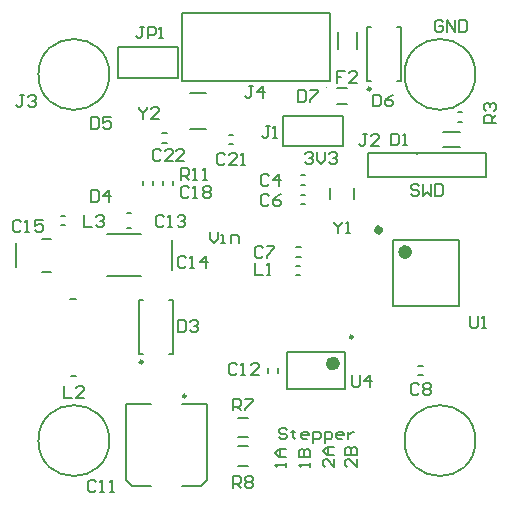
<source format=gto>
G04 Layer_Color=65535*
%FSLAX25Y25*%
%MOIN*%
G70*
G01*
G75*
%ADD35C,0.00787*%
%ADD57C,0.00591*%
%ADD58C,0.02362*%
%ADD59C,0.00984*%
%ADD60C,0.00394*%
%ADD61C,0.01000*%
D35*
X36500Y142500D02*
X56500D01*
Y152815D01*
X36500D02*
X56500D01*
X36500Y142500D02*
Y152815D01*
X128150Y66394D02*
X150197D01*
X128150Y88441D02*
X150197D01*
Y66394D02*
Y88441D01*
X128150Y66394D02*
Y88441D01*
X149800Y127900D02*
X151200D01*
X149800Y131100D02*
X151200D01*
X136417Y43425D02*
X137992D01*
X136417Y46575D02*
X137992D01*
X57815Y164279D02*
X107028D01*
X57815Y141445D02*
Y164279D01*
Y141445D02*
X107028D01*
Y164279D01*
X159185Y109563D02*
Y117437D01*
X119815Y109563D02*
Y117437D01*
X159185D01*
X119815Y109563D02*
X159185D01*
X91500Y120000D02*
Y130000D01*
X111500D01*
X111500Y120000D01*
X91500Y120000D02*
X111500Y120000D01*
X92634Y51307D02*
X111925D01*
X92634Y38709D02*
X111925D01*
Y51307D01*
X92634Y38709D02*
Y51307D01*
X109327Y133744D02*
X112673D01*
X109327Y139256D02*
X112673D01*
X89575Y44213D02*
Y45787D01*
X86425Y44213D02*
Y45787D01*
X76300Y22800D02*
X79700D01*
X76300Y29200D02*
X79700D01*
X57618Y34000D02*
X66000D01*
X39000D02*
X47382D01*
X57618Y6500D02*
X64000D01*
X66000Y8500D01*
Y34000D01*
X39000Y8500D02*
Y34000D01*
Y8500D02*
X41000Y6500D01*
X47382D01*
X129331Y159555D02*
X130709D01*
Y141445D02*
Y159555D01*
X129331Y141445D02*
X130709D01*
X119291Y159555D02*
X120669D01*
X119291Y141445D02*
X120669D01*
X119291D02*
Y159555D01*
X51185Y124075D02*
X52760D01*
X51185Y120925D02*
X52760D01*
X73213Y123575D02*
X74787D01*
X73213Y120425D02*
X74787D01*
X60244Y137406D02*
X65756D01*
X60244Y125594D02*
X65756D01*
X95669Y86075D02*
X97244D01*
X95669Y82925D02*
X97244D01*
X95757Y76802D02*
X97157D01*
X95757Y80002D02*
X97157D01*
X17300Y93400D02*
X18700D01*
X17300Y96600D02*
X18700D01*
X107063Y102032D02*
Y105968D01*
X114937Y102032D02*
Y105968D01*
X97213Y100425D02*
X98787D01*
X97213Y103575D02*
X98787D01*
X97213Y106925D02*
X98787D01*
X97213Y110075D02*
X98787D01*
X10925Y89012D02*
X14075D01*
X10925Y77988D02*
X14075D01*
X2342Y79405D02*
Y87594D01*
X20713Y43205D02*
X22484D01*
X20516Y68795D02*
X22287D01*
X54400Y78600D02*
Y88500D01*
X32700Y76610D02*
X44200Y76600D01*
X32700Y90400D02*
X44200Y90390D01*
X43291Y50445D02*
Y68555D01*
X54709Y50445D02*
Y68555D01*
X43291Y50445D02*
X44669D01*
X43291Y68555D02*
X44669D01*
X53331Y50445D02*
X54709D01*
X53331Y68555D02*
X54709D01*
X39409Y97559D02*
X40591D01*
X39409Y92441D02*
X40591D01*
X47992Y106713D02*
Y108287D01*
X44842Y106713D02*
Y108287D01*
X51400Y106800D02*
Y108200D01*
X54600Y106800D02*
Y108200D01*
X76300Y13300D02*
X79700D01*
X76300Y19700D02*
X79700D01*
X144547Y119441D02*
X150453D01*
X144547Y124559D02*
X150453D01*
D57*
X33464Y143701D02*
G03*
X33464Y143701I-11811J0D01*
G01*
Y21654D02*
G03*
X33464Y21654I-11811J0D01*
G01*
X155511D02*
G03*
X155511Y21654I-11811J0D01*
G01*
X155511Y143701D02*
G03*
X155511Y143701I-11811J0D01*
G01*
X109850Y152244D02*
Y157756D01*
X116150Y152244D02*
Y157756D01*
X153740Y63188D02*
Y59908D01*
X154396Y59252D01*
X155708D01*
X156364Y59908D01*
Y63188D01*
X157676Y59252D02*
X158988D01*
X158332D01*
Y63188D01*
X157676Y62532D01*
X162402Y127559D02*
X158466D01*
Y129527D01*
X159122Y130183D01*
X160434D01*
X161090Y129527D01*
Y127559D01*
Y128871D02*
X162402Y130183D01*
X159122Y131495D02*
X158466Y132151D01*
Y133463D01*
X159122Y134119D01*
X159778D01*
X160434Y133463D01*
Y132807D01*
Y133463D01*
X161090Y134119D01*
X161746D01*
X162402Y133463D01*
Y132151D01*
X161746Y131495D01*
X127362Y124014D02*
Y120079D01*
X129330D01*
X129986Y120735D01*
Y123359D01*
X129330Y124014D01*
X127362D01*
X131298Y120079D02*
X132610D01*
X131954D01*
Y124014D01*
X131298Y123359D01*
X114500Y43436D02*
Y40156D01*
X115156Y39500D01*
X116468D01*
X117124Y40156D01*
Y43436D01*
X120404Y39500D02*
Y43436D01*
X118436Y41468D01*
X121060D01*
X96500Y138436D02*
Y134500D01*
X98468D01*
X99124Y135156D01*
Y137780D01*
X98468Y138436D01*
X96500D01*
X100436D02*
X103060D01*
Y137780D01*
X100436Y135156D01*
Y134500D01*
X81364Y139936D02*
X80052D01*
X80708D01*
Y136656D01*
X80052Y136000D01*
X79396D01*
X78740Y136656D01*
X84644Y136000D02*
Y139936D01*
X82676Y137968D01*
X85300D01*
X119356Y123818D02*
X118044D01*
X118700D01*
Y120538D01*
X118044Y119882D01*
X117388D01*
X116732Y120538D01*
X123292Y119882D02*
X120668D01*
X123292Y122506D01*
Y123162D01*
X122636Y123818D01*
X121324D01*
X120668Y123162D01*
X86876Y126574D02*
X85564D01*
X86220D01*
Y123294D01*
X85564Y122638D01*
X84908D01*
X84252Y123294D01*
X88188Y122638D02*
X89500D01*
X88844D01*
Y126574D01*
X88188Y125918D01*
X44947Y159644D02*
X43635D01*
X44291D01*
Y156365D01*
X43635Y155709D01*
X42979D01*
X42323Y156365D01*
X46259Y155709D02*
Y159644D01*
X48226D01*
X48882Y158988D01*
Y157676D01*
X48226Y157021D01*
X46259D01*
X50194Y155709D02*
X51506D01*
X50850D01*
Y159644D01*
X50194Y158988D01*
X81957Y80837D02*
Y76902D01*
X84580D01*
X85892D02*
X87204D01*
X86548D01*
Y80837D01*
X85892Y80181D01*
X57500Y108500D02*
Y112436D01*
X59468D01*
X60124Y111780D01*
Y110468D01*
X59468Y109812D01*
X57500D01*
X58812D02*
X60124Y108500D01*
X61436D02*
X62748D01*
X62092D01*
Y112436D01*
X61436Y111780D01*
X64715Y108500D02*
X66027D01*
X65372D01*
Y112436D01*
X64715Y111780D01*
X108465Y94684D02*
Y94028D01*
X109776Y92716D01*
X111088Y94028D01*
Y94684D01*
X109776Y92716D02*
Y90748D01*
X112400D02*
X113712D01*
X113056D01*
Y94684D01*
X112400Y94028D01*
X43500Y132936D02*
Y132280D01*
X44812Y130968D01*
X46124Y132280D01*
Y132936D01*
X44812Y130968D02*
Y129000D01*
X50060D02*
X47436D01*
X50060Y131624D01*
Y132280D01*
X49404Y132936D01*
X48092D01*
X47436Y132280D01*
X72124Y116780D02*
X71468Y117436D01*
X70156D01*
X69500Y116780D01*
Y114156D01*
X70156Y113500D01*
X71468D01*
X72124Y114156D01*
X76060Y113500D02*
X73436D01*
X76060Y116124D01*
Y116780D01*
X75404Y117436D01*
X74092D01*
X73436Y116780D01*
X77372Y113500D02*
X78683D01*
X78027D01*
Y117436D01*
X77372Y116780D01*
X50624Y118280D02*
X49968Y118936D01*
X48656D01*
X48000Y118280D01*
Y115656D01*
X48656Y115000D01*
X49968D01*
X50624Y115656D01*
X54560Y115000D02*
X51936D01*
X54560Y117624D01*
Y118280D01*
X53904Y118936D01*
X52592D01*
X51936Y118280D01*
X58495Y115000D02*
X55871D01*
X58495Y117624D01*
Y118280D01*
X57839Y118936D01*
X56527D01*
X55871Y118280D01*
X84580Y85780D02*
X83925Y86436D01*
X82613D01*
X81957Y85780D01*
Y83156D01*
X82613Y82500D01*
X83925D01*
X84580Y83156D01*
X85892Y86436D02*
X88516D01*
Y85780D01*
X85892Y83156D01*
Y82500D01*
X86624Y103280D02*
X85968Y103936D01*
X84656D01*
X84000Y103280D01*
Y100656D01*
X84656Y100000D01*
X85968D01*
X86624Y100656D01*
X90560Y103936D02*
X89248Y103280D01*
X87936Y101968D01*
Y100656D01*
X88592Y100000D01*
X89904D01*
X90560Y100656D01*
Y101312D01*
X89904Y101968D01*
X87936D01*
X136624Y40280D02*
X135968Y40936D01*
X134656D01*
X134000Y40280D01*
Y37656D01*
X134656Y37000D01*
X135968D01*
X136624Y37656D01*
X137936Y40280D02*
X138592Y40936D01*
X139904D01*
X140560Y40280D01*
Y39624D01*
X139904Y38968D01*
X140560Y38312D01*
Y37656D01*
X139904Y37000D01*
X138592D01*
X137936Y37656D01*
Y38312D01*
X138592Y38968D01*
X137936Y39624D01*
Y40280D01*
X138592Y38968D02*
X139904D01*
X86624Y109780D02*
X85968Y110436D01*
X84656D01*
X84000Y109780D01*
Y107156D01*
X84656Y106500D01*
X85968D01*
X86624Y107156D01*
X89904Y106500D02*
Y110436D01*
X87936Y108468D01*
X90560D01*
X29124Y7780D02*
X28468Y8436D01*
X27156D01*
X26500Y7780D01*
Y5156D01*
X27156Y4500D01*
X28468D01*
X29124Y5156D01*
X30436Y4500D02*
X31748D01*
X31092D01*
Y8436D01*
X30436Y7780D01*
X33716Y4500D02*
X35027D01*
X34372D01*
Y8436D01*
X33716Y7780D01*
X76124Y46780D02*
X75468Y47436D01*
X74156D01*
X73500Y46780D01*
Y44156D01*
X74156Y43500D01*
X75468D01*
X76124Y44156D01*
X77436Y43500D02*
X78748D01*
X78092D01*
Y47436D01*
X77436Y46780D01*
X83339Y43500D02*
X80716D01*
X83339Y46124D01*
Y46780D01*
X82683Y47436D01*
X81371D01*
X80716Y46780D01*
X51624Y96280D02*
X50968Y96936D01*
X49656D01*
X49000Y96280D01*
Y93656D01*
X49656Y93000D01*
X50968D01*
X51624Y93656D01*
X52936Y93000D02*
X54248D01*
X53592D01*
Y96936D01*
X52936Y96280D01*
X56216D02*
X56871Y96936D01*
X58183D01*
X58839Y96280D01*
Y95624D01*
X58183Y94968D01*
X57527D01*
X58183D01*
X58839Y94312D01*
Y93656D01*
X58183Y93000D01*
X56871D01*
X56216Y93656D01*
X59120Y82414D02*
X58464Y83070D01*
X57152D01*
X56496Y82414D01*
Y79790D01*
X57152Y79134D01*
X58464D01*
X59120Y79790D01*
X60432Y79134D02*
X61744D01*
X61088D01*
Y83070D01*
X60432Y82414D01*
X65679Y79134D02*
Y83070D01*
X63712Y81102D01*
X66335D01*
X4002Y94421D02*
X3346Y95078D01*
X2034D01*
X1378Y94421D01*
Y91798D01*
X2034Y91142D01*
X3346D01*
X4002Y91798D01*
X5314Y91142D02*
X6626D01*
X5970D01*
Y95078D01*
X5314Y94421D01*
X11217Y95078D02*
X8593D01*
Y93110D01*
X9905Y93765D01*
X10561D01*
X11217Y93110D01*
Y91798D01*
X10561Y91142D01*
X9249D01*
X8593Y91798D01*
X60041Y105780D02*
X59385Y106436D01*
X58073D01*
X57417Y105780D01*
Y103156D01*
X58073Y102500D01*
X59385D01*
X60041Y103156D01*
X61353Y102500D02*
X62665D01*
X62009D01*
Y106436D01*
X61353Y105780D01*
X64633D02*
X65289Y106436D01*
X66601D01*
X67257Y105780D01*
Y105124D01*
X66601Y104468D01*
X67257Y103812D01*
Y103156D01*
X66601Y102500D01*
X65289D01*
X64633Y103156D01*
Y103812D01*
X65289Y104468D01*
X64633Y105124D01*
Y105780D01*
X65289Y104468D02*
X66601D01*
X56500Y61936D02*
Y58000D01*
X58468D01*
X59124Y58656D01*
Y61280D01*
X58468Y61936D01*
X56500D01*
X60436Y61280D02*
X61092Y61936D01*
X62404D01*
X63060Y61280D01*
Y60624D01*
X62404Y59968D01*
X61748D01*
X62404D01*
X63060Y59312D01*
Y58656D01*
X62404Y58000D01*
X61092D01*
X60436Y58656D01*
X27362Y105117D02*
Y101181D01*
X29330D01*
X29986Y101837D01*
Y104461D01*
X29330Y105117D01*
X27362D01*
X33266Y101181D02*
Y105117D01*
X31298Y103149D01*
X33922D01*
X27362Y129436D02*
Y125500D01*
X29330D01*
X29986Y126156D01*
Y128780D01*
X29330Y129436D01*
X27362D01*
X33922D02*
X31298D01*
Y127468D01*
X32610Y128124D01*
X33266D01*
X33922Y127468D01*
Y126156D01*
X33266Y125500D01*
X31954D01*
X31298Y126156D01*
X121457Y137007D02*
Y133071D01*
X123425D01*
X124081Y133727D01*
Y136351D01*
X123425Y137007D01*
X121457D01*
X128016D02*
X126704Y136351D01*
X125392Y135039D01*
Y133727D01*
X126048Y133071D01*
X127360D01*
X128016Y133727D01*
Y134383D01*
X127360Y135039D01*
X125392D01*
X112124Y144936D02*
X109500D01*
Y142968D01*
X110812D01*
X109500D01*
Y141000D01*
X116060D02*
X113436D01*
X116060Y143624D01*
Y144280D01*
X115404Y144936D01*
X114092D01*
X113436Y144280D01*
X5124Y136936D02*
X3812D01*
X4468D01*
Y133656D01*
X3812Y133000D01*
X3156D01*
X2500Y133656D01*
X6436Y136280D02*
X7092Y136936D01*
X8404D01*
X9060Y136280D01*
Y135624D01*
X8404Y134968D01*
X7748D01*
X8404D01*
X9060Y134312D01*
Y133656D01*
X8404Y133000D01*
X7092D01*
X6436Y133656D01*
X18500Y39936D02*
Y36000D01*
X21124D01*
X25060D02*
X22436D01*
X25060Y38624D01*
Y39280D01*
X24404Y39936D01*
X23092D01*
X22436Y39280D01*
X25000Y96936D02*
Y93000D01*
X27624D01*
X28936Y96280D02*
X29592Y96936D01*
X30904D01*
X31560Y96280D01*
Y95624D01*
X30904Y94968D01*
X30248D01*
X30904D01*
X31560Y94312D01*
Y93656D01*
X30904Y93000D01*
X29592D01*
X28936Y93656D01*
X74803Y31693D02*
Y35629D01*
X76771D01*
X77427Y34973D01*
Y33661D01*
X76771Y33005D01*
X74803D01*
X76115D02*
X77427Y31693D01*
X78739Y35629D02*
X81363D01*
Y34973D01*
X78739Y32349D01*
Y31693D01*
X74803Y5906D02*
Y9841D01*
X76771D01*
X77427Y9185D01*
Y7873D01*
X76771Y7217D01*
X74803D01*
X76115D02*
X77427Y5906D01*
X78739Y9185D02*
X79395Y9841D01*
X80707D01*
X81363Y9185D01*
Y8529D01*
X80707Y7873D01*
X81363Y7217D01*
Y6561D01*
X80707Y5906D01*
X79395D01*
X78739Y6561D01*
Y7217D01*
X79395Y7873D01*
X78739Y8529D01*
Y9185D01*
X79395Y7873D02*
X80707D01*
X116000Y15624D02*
Y13000D01*
X113376Y15624D01*
X112720D01*
X112064Y14968D01*
Y13656D01*
X112720Y13000D01*
X112064Y16936D02*
X116000D01*
Y18904D01*
X115344Y19560D01*
X114688D01*
X114032Y18904D01*
Y16936D01*
Y18904D01*
X113376Y19560D01*
X112720D01*
X112064Y18904D01*
Y16936D01*
X92500Y13000D02*
Y14312D01*
Y13656D01*
X88564D01*
X89220Y13000D01*
X92500Y16280D02*
X89876D01*
X88564Y17592D01*
X89876Y18904D01*
X92500D01*
X90532D01*
Y16280D01*
X100500Y13000D02*
Y14312D01*
Y13656D01*
X96564D01*
X97220Y13000D01*
X96564Y16280D02*
X100500D01*
Y18248D01*
X99844Y18904D01*
X99188D01*
X98532Y18248D01*
Y16280D01*
Y18248D01*
X97876Y18904D01*
X97220D01*
X96564Y18248D01*
Y16280D01*
X108500Y15624D02*
Y13000D01*
X105876Y15624D01*
X105220D01*
X104564Y14968D01*
Y13656D01*
X105220Y13000D01*
X108500Y16936D02*
X105876D01*
X104564Y18248D01*
X105876Y19560D01*
X108500D01*
X106532D01*
Y16936D01*
X98819Y117256D02*
X99475Y117912D01*
X100787D01*
X101443Y117256D01*
Y116600D01*
X100787Y115944D01*
X100131D01*
X100787D01*
X101443Y115288D01*
Y114632D01*
X100787Y113976D01*
X99475D01*
X98819Y114632D01*
X102755Y117912D02*
Y115288D01*
X104067Y113976D01*
X105378Y115288D01*
Y117912D01*
X106690Y117256D02*
X107346Y117912D01*
X108658D01*
X109314Y117256D01*
Y116600D01*
X108658Y115944D01*
X108002D01*
X108658D01*
X109314Y115288D01*
Y114632D01*
X108658Y113976D01*
X107346D01*
X106690Y114632D01*
X66929Y91337D02*
Y88714D01*
X68241Y87402D01*
X69553Y88714D01*
Y91337D01*
X70865Y87402D02*
X72177D01*
X71521D01*
Y90025D01*
X70865D01*
X74145Y87402D02*
Y90025D01*
X76113D01*
X76768Y89369D01*
Y87402D01*
X144750Y161154D02*
X144094Y161810D01*
X142782D01*
X142126Y161154D01*
Y158530D01*
X142782Y157874D01*
X144094D01*
X144750Y158530D01*
Y159842D01*
X143438D01*
X146062Y157874D02*
Y161810D01*
X148686Y157874D01*
Y161810D01*
X149997D02*
Y157874D01*
X151965D01*
X152621Y158530D01*
Y161154D01*
X151965Y161810D01*
X149997D01*
X136679Y106429D02*
X136023Y107085D01*
X134711D01*
X134055Y106429D01*
Y105773D01*
X134711Y105117D01*
X136023D01*
X136679Y104462D01*
Y103806D01*
X136023Y103150D01*
X134711D01*
X134055Y103806D01*
X137991Y107085D02*
Y103150D01*
X139303Y104462D01*
X140615Y103150D01*
Y107085D01*
X141927D02*
Y103150D01*
X143895D01*
X144550Y103806D01*
Y106429D01*
X143895Y107085D01*
X141927D01*
X92781Y25327D02*
X92125Y25983D01*
X90813D01*
X90158Y25327D01*
Y24671D01*
X90813Y24015D01*
X92125D01*
X92781Y23359D01*
Y22703D01*
X92125Y22047D01*
X90813D01*
X90158Y22703D01*
X94749Y25327D02*
Y24671D01*
X94093D01*
X95405D01*
X94749D01*
Y22703D01*
X95405Y22047D01*
X99341D02*
X98029D01*
X97373Y22703D01*
Y24015D01*
X98029Y24671D01*
X99341D01*
X99997Y24015D01*
Y23359D01*
X97373D01*
X101309Y20735D02*
Y24671D01*
X103277D01*
X103933Y24015D01*
Y22703D01*
X103277Y22047D01*
X101309D01*
X105245Y20735D02*
Y24671D01*
X107212D01*
X107868Y24015D01*
Y22703D01*
X107212Y22047D01*
X105245D01*
X111148D02*
X109836D01*
X109180Y22703D01*
Y24015D01*
X109836Y24671D01*
X111148D01*
X111804Y24015D01*
Y23359D01*
X109180D01*
X113116Y24671D02*
Y22047D01*
Y23359D01*
X113772Y24015D01*
X114428Y24671D01*
X115084D01*
D58*
X123701Y91905D02*
G03*
X123701Y91905I-492J0D01*
G01*
X133268Y84504D02*
G03*
X133268Y84504I-1181J0D01*
G01*
X109169Y47370D02*
G03*
X109169Y47370I-1181J0D01*
G01*
D59*
X114583Y56228D02*
G03*
X114583Y56228I-492J0D01*
G01*
X58992Y36492D02*
G03*
X58992Y36492I-492J0D01*
G01*
X120571Y138886D02*
G03*
X120571Y138886I-492J0D01*
G01*
X44571Y47886D02*
G03*
X44571Y47886I-492J0D01*
G01*
D60*
X105961Y139315D02*
G03*
X105961Y139315I-197J0D01*
G01*
D61*
X136083Y117300D02*
G03*
X136083Y117300I-141J0D01*
G01*
M02*

</source>
